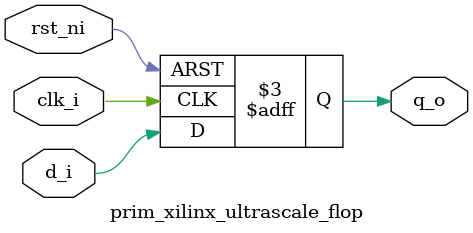
<source format=sv>

`include "prim_assert.sv"

(* DONT_TOUCH = "yes" *)
module prim_xilinx_ultrascale_flop #(
  parameter int               Width      = 1,
  parameter logic [Width-1:0] ResetValue = 0
) (
  input clk_i,
  input rst_ni,
  input [Width-1:0] d_i,
  output logic [Width-1:0] q_o
);

  always_ff @(posedge clk_i or negedge rst_ni) begin
    if (!rst_ni) begin
      q_o <= ResetValue;
    end else begin
      q_o <= d_i;
    end
  end

endmodule

</source>
